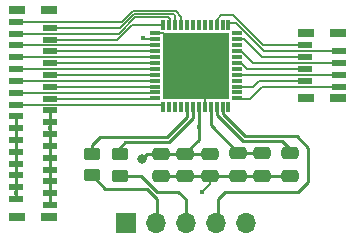
<source format=gtl>
G04 #@! TF.GenerationSoftware,KiCad,Pcbnew,6.0.8+dfsg-1~bpo11+1*
G04 #@! TF.CreationDate,2023-03-31T17:36:42-04:00*
G04 #@! TF.ProjectId,IQS550_captouch_breakout,49515335-3530-45f6-9361-70746f756368,rev?*
G04 #@! TF.SameCoordinates,Original*
G04 #@! TF.FileFunction,Copper,L1,Top*
G04 #@! TF.FilePolarity,Positive*
%FSLAX46Y46*%
G04 Gerber Fmt 4.6, Leading zero omitted, Abs format (unit mm)*
G04 Created by KiCad (PCBNEW 6.0.8+dfsg-1~bpo11+1) date 2023-03-31 17:36:42*
%MOMM*%
%LPD*%
G01*
G04 APERTURE LIST*
G04 Aperture macros list*
%AMRoundRect*
0 Rectangle with rounded corners*
0 $1 Rounding radius*
0 $2 $3 $4 $5 $6 $7 $8 $9 X,Y pos of 4 corners*
0 Add a 4 corners polygon primitive as box body*
4,1,4,$2,$3,$4,$5,$6,$7,$8,$9,$2,$3,0*
0 Add four circle primitives for the rounded corners*
1,1,$1+$1,$2,$3*
1,1,$1+$1,$4,$5*
1,1,$1+$1,$6,$7*
1,1,$1+$1,$8,$9*
0 Add four rect primitives between the rounded corners*
20,1,$1+$1,$2,$3,$4,$5,0*
20,1,$1+$1,$4,$5,$6,$7,0*
20,1,$1+$1,$6,$7,$8,$9,0*
20,1,$1+$1,$8,$9,$2,$3,0*%
G04 Aperture macros list end*
G04 #@! TA.AperFunction,SMDPad,CuDef*
%ADD10RoundRect,0.250000X0.450000X-0.262500X0.450000X0.262500X-0.450000X0.262500X-0.450000X-0.262500X0*%
G04 #@! TD*
G04 #@! TA.AperFunction,SMDPad,CuDef*
%ADD11R,1.400000X0.800000*%
G04 #@! TD*
G04 #@! TA.AperFunction,SMDPad,CuDef*
%ADD12R,1.200000X0.600000*%
G04 #@! TD*
G04 #@! TA.AperFunction,ComponentPad*
%ADD13R,1.700000X1.700000*%
G04 #@! TD*
G04 #@! TA.AperFunction,ComponentPad*
%ADD14O,1.700000X1.700000*%
G04 #@! TD*
G04 #@! TA.AperFunction,SMDPad,CuDef*
%ADD15R,0.300000X0.850000*%
G04 #@! TD*
G04 #@! TA.AperFunction,SMDPad,CuDef*
%ADD16R,0.850000X0.300000*%
G04 #@! TD*
G04 #@! TA.AperFunction,SMDPad,CuDef*
%ADD17R,5.700000X5.600000*%
G04 #@! TD*
G04 #@! TA.AperFunction,SMDPad,CuDef*
%ADD18RoundRect,0.250000X-0.475000X0.250000X-0.475000X-0.250000X0.475000X-0.250000X0.475000X0.250000X0*%
G04 #@! TD*
G04 #@! TA.AperFunction,ViaPad*
%ADD19C,0.400000*%
G04 #@! TD*
G04 #@! TA.AperFunction,ViaPad*
%ADD20C,0.800000*%
G04 #@! TD*
G04 #@! TA.AperFunction,Conductor*
%ADD21C,0.250000*%
G04 #@! TD*
G04 #@! TA.AperFunction,Conductor*
%ADD22C,0.127000*%
G04 #@! TD*
G04 APERTURE END LIST*
D10*
X135850000Y-100337500D03*
X135850000Y-98512500D03*
X138200000Y-100362500D03*
X138200000Y-98537500D03*
D11*
X132175000Y-103850000D03*
X129475000Y-103850000D03*
X132175000Y-86350000D03*
X129475000Y-86350000D03*
D12*
X132275000Y-102850000D03*
X129375000Y-102350000D03*
X132275000Y-101850000D03*
X129375000Y-101350000D03*
X132275000Y-100850000D03*
X129375000Y-100350000D03*
X132275000Y-99850000D03*
X129375000Y-99350000D03*
X132275000Y-98850000D03*
X129375000Y-98350000D03*
X132275000Y-97850000D03*
X129375000Y-97350000D03*
X132275000Y-96850000D03*
X129375000Y-96350000D03*
X132275000Y-95850000D03*
X129375000Y-95350000D03*
X132275000Y-94850000D03*
X129375000Y-94350000D03*
X132275000Y-93850000D03*
X129375000Y-93350000D03*
X132275000Y-92850000D03*
X129375000Y-92350000D03*
X132275000Y-91850000D03*
X129375000Y-91350000D03*
X132275000Y-90850000D03*
X129375000Y-90350000D03*
X132275000Y-89850000D03*
X129375000Y-89350000D03*
X132275000Y-88850000D03*
X129375000Y-88350000D03*
X132275000Y-87850000D03*
X129375000Y-87350000D03*
D13*
X138725000Y-104400000D03*
D14*
X141265000Y-104400000D03*
X143805000Y-104400000D03*
X146345000Y-104400000D03*
X148885000Y-104400000D03*
D12*
X156800000Y-92825000D03*
X153900000Y-92325000D03*
X156800000Y-91825000D03*
X153900000Y-91325000D03*
X156800000Y-90825000D03*
X153900000Y-90325000D03*
X156800000Y-89825000D03*
X153900000Y-89325000D03*
D11*
X156700000Y-93825000D03*
X154000000Y-93825000D03*
X156700000Y-88325000D03*
X154000000Y-88325000D03*
D15*
X141900000Y-94525000D03*
X142400000Y-94525000D03*
X142900000Y-94525000D03*
X143400000Y-94525000D03*
X143900000Y-94525000D03*
X144400000Y-94525000D03*
X144900000Y-94525000D03*
X145400000Y-94525000D03*
X145900000Y-94525000D03*
X146400000Y-94525000D03*
X146900000Y-94525000D03*
X147400000Y-94525000D03*
D16*
X148100000Y-93825000D03*
X148100000Y-93325000D03*
X148100000Y-92825000D03*
X148100000Y-92325000D03*
X148100000Y-91825000D03*
X148100000Y-91325000D03*
X148100000Y-90825000D03*
X148100000Y-90325000D03*
X148100000Y-89825000D03*
X148100000Y-89325000D03*
X148100000Y-88825000D03*
X148100000Y-88325000D03*
D15*
X147400000Y-87625000D03*
X146900000Y-87625000D03*
X146400000Y-87625000D03*
X145900000Y-87625000D03*
X145400000Y-87625000D03*
X144900000Y-87625000D03*
X144400000Y-87625000D03*
X143900000Y-87625000D03*
X143400000Y-87625000D03*
X142900000Y-87625000D03*
X142400000Y-87625000D03*
X141900000Y-87625000D03*
D16*
X141200000Y-88325000D03*
X141200000Y-88825000D03*
X141200000Y-89325000D03*
X141200000Y-89825000D03*
X141200000Y-90325000D03*
X141200000Y-90825000D03*
X141200000Y-91325000D03*
X141200000Y-91825000D03*
X141200000Y-92325000D03*
X141200000Y-92825000D03*
X141200000Y-93325000D03*
X141200000Y-93825000D03*
D17*
X144650000Y-91075000D03*
D18*
X152600000Y-98475000D03*
X152600000Y-100375000D03*
X141650000Y-98500000D03*
X141650000Y-100400000D03*
X150250000Y-98475000D03*
X150250000Y-100375000D03*
X145800000Y-98500000D03*
X145800000Y-100400000D03*
X148175000Y-98475000D03*
X148175000Y-100375000D03*
X143725000Y-98500000D03*
X143725000Y-100400000D03*
D19*
X129375000Y-101825000D03*
X132275000Y-96375000D03*
X144675000Y-90875000D03*
X142425000Y-88825000D03*
X142375000Y-93375000D03*
X146875000Y-93425000D03*
X146750000Y-88925000D03*
X145125000Y-101725000D03*
X144900000Y-96250000D03*
X140125000Y-88700000D03*
D20*
X140050000Y-98925000D03*
D21*
X129375000Y-101825000D02*
X129375000Y-102275000D01*
X132275000Y-96375000D02*
X132275000Y-102775000D01*
D22*
X145800000Y-100400000D02*
X145800000Y-101050000D01*
X145800000Y-101050000D02*
X145125000Y-101725000D01*
X141200000Y-88325000D02*
X141900000Y-88325000D01*
X141900000Y-88325000D02*
X142200000Y-88625000D01*
X145400000Y-94525000D02*
X145400000Y-93650000D01*
X145400000Y-93650000D02*
X145175000Y-93425000D01*
X146775000Y-86775000D02*
X146400000Y-87150000D01*
X150325000Y-89325000D02*
X147775000Y-86775000D01*
X146400000Y-87150000D02*
X146400000Y-87725000D01*
X153900000Y-89325000D02*
X150325000Y-89325000D01*
X147775000Y-86775000D02*
X146775000Y-86775000D01*
X156800000Y-89825000D02*
X150450000Y-89825000D01*
X150450000Y-89825000D02*
X148050000Y-87425000D01*
X148050000Y-87425000D02*
X147500000Y-87425000D01*
X147500000Y-87425000D02*
X147400000Y-87525000D01*
X153900000Y-90325000D02*
X150225000Y-90325000D01*
X148700000Y-88800000D02*
X148175000Y-88800000D01*
X150225000Y-90325000D02*
X148700000Y-88800000D01*
X156800000Y-90825000D02*
X149450000Y-90825000D01*
X149450000Y-90825000D02*
X148425000Y-89800000D01*
X153900000Y-91325000D02*
X148975000Y-91325000D01*
X148975000Y-91325000D02*
X148475000Y-90825000D01*
X156800000Y-91825000D02*
X148100000Y-91825000D01*
X149500000Y-92825000D02*
X148025000Y-92825000D01*
X153900000Y-92325000D02*
X150000000Y-92325000D01*
X150000000Y-92325000D02*
X149500000Y-92825000D01*
X156800000Y-92825000D02*
X150250000Y-92825000D01*
X149225000Y-93850000D02*
X148125000Y-93850000D01*
X150250000Y-92825000D02*
X149225000Y-93850000D01*
X141200000Y-88825000D02*
X140250000Y-88825000D01*
X140250000Y-88825000D02*
X140125000Y-88700000D01*
X129375000Y-87350000D02*
X138397370Y-87350000D01*
X138397370Y-87350000D02*
X139280370Y-86467000D01*
X139280370Y-86467000D02*
X142942000Y-86467000D01*
X142942000Y-86467000D02*
X143425000Y-86950000D01*
X143425000Y-86950000D02*
X143425000Y-87700000D01*
X132275000Y-87850000D02*
X138256580Y-87850000D01*
X138256580Y-87850000D02*
X139385580Y-86721000D01*
X142771000Y-86721000D02*
X142900000Y-86850000D01*
X139385580Y-86721000D02*
X142771000Y-86721000D01*
X142900000Y-86850000D02*
X142900000Y-87525000D01*
X129375000Y-88350000D02*
X138115790Y-88350000D01*
X138115790Y-88350000D02*
X139490790Y-86975000D01*
X139490790Y-86975000D02*
X142300000Y-86975000D01*
X142300000Y-86975000D02*
X142425000Y-87100000D01*
X142425000Y-87100000D02*
X142425000Y-87525000D01*
X132275000Y-88850000D02*
X137975000Y-88850000D01*
X137975000Y-88850000D02*
X139250000Y-87575000D01*
X139250000Y-87575000D02*
X141850000Y-87575000D01*
X129375000Y-89350000D02*
X141200000Y-89350000D01*
X141200000Y-89350000D02*
X141225000Y-89325000D01*
X132275000Y-89850000D02*
X141300000Y-89850000D01*
X129375000Y-90350000D02*
X141200000Y-90350000D01*
X141200000Y-90350000D02*
X141225000Y-90325000D01*
X132275000Y-90850000D02*
X141100000Y-90850000D01*
X141100000Y-90850000D02*
X141125000Y-90825000D01*
X129375000Y-91350000D02*
X141200000Y-91350000D01*
X132275000Y-91850000D02*
X141200000Y-91850000D01*
X129375000Y-92350000D02*
X141175000Y-92350000D01*
X132275000Y-92850000D02*
X141150000Y-92850000D01*
X141150000Y-92850000D02*
X141175000Y-92825000D01*
X129375000Y-93350000D02*
X141275000Y-93350000D01*
X132275000Y-93850000D02*
X141200000Y-93850000D01*
X141200000Y-93850000D02*
X141225000Y-93825000D01*
X129375000Y-94350000D02*
X141700000Y-94350000D01*
X141700000Y-94350000D02*
X141900000Y-94550000D01*
D21*
X129375000Y-95350000D02*
X129375000Y-101825000D01*
X129375000Y-102275000D02*
X129350000Y-102300000D01*
X132275000Y-94850000D02*
X132275000Y-96375000D01*
X132275000Y-102775000D02*
X132250000Y-102800000D01*
X141650000Y-98500000D02*
X140475000Y-98500000D01*
X140475000Y-98500000D02*
X140050000Y-98925000D01*
X140488604Y-101475000D02*
X141325000Y-102311396D01*
X135850000Y-100337500D02*
X136987500Y-101475000D01*
X136987500Y-101475000D02*
X140488604Y-101475000D01*
X141325000Y-102311396D02*
X141325000Y-104400000D01*
X138200000Y-100362500D02*
X140012500Y-100362500D01*
X141375000Y-101725000D02*
X143150000Y-101725000D01*
X140012500Y-100362500D02*
X141375000Y-101725000D01*
X143775000Y-102350000D02*
X143775000Y-104400000D01*
X143150000Y-101725000D02*
X143775000Y-102350000D01*
X146900000Y-94525000D02*
X146900000Y-95113604D01*
X146900000Y-95113604D02*
X148811396Y-97025000D01*
X148811396Y-97025000D02*
X153175000Y-97025000D01*
X154150000Y-100900000D02*
X153325000Y-101725000D01*
X153175000Y-97025000D02*
X154150000Y-98000000D01*
X154150000Y-98000000D02*
X154150000Y-100900000D01*
X146475000Y-104075000D02*
X146325000Y-104225000D01*
X153325000Y-101725000D02*
X147125000Y-101725000D01*
X147125000Y-101725000D02*
X146475000Y-102375000D01*
X146475000Y-102375000D02*
X146475000Y-104075000D01*
X141650000Y-100400000D02*
X152600000Y-100400000D01*
X143900000Y-95363604D02*
X142163604Y-97100000D01*
X136550000Y-97100000D02*
X135875000Y-97775000D01*
X143900000Y-94525000D02*
X143900000Y-95363604D01*
X142163604Y-97100000D02*
X136550000Y-97100000D01*
X135875000Y-97775000D02*
X135875000Y-98500000D01*
X144400000Y-94525000D02*
X144400000Y-95500000D01*
X144400000Y-95500000D02*
X142350000Y-97550000D01*
X142350000Y-97550000D02*
X138675000Y-97550000D01*
X138675000Y-97550000D02*
X138150000Y-98075000D01*
X138150000Y-98075000D02*
X138150000Y-98525000D01*
X146400000Y-95250000D02*
X148625000Y-97475000D01*
X151975000Y-97475000D02*
X152600000Y-98100000D01*
X146400000Y-94525000D02*
X146400000Y-95250000D01*
X148625000Y-97475000D02*
X151975000Y-97475000D01*
X152600000Y-98100000D02*
X152600000Y-98500000D01*
X148175000Y-98475000D02*
X150200000Y-98475000D01*
X145900000Y-94525000D02*
X145900000Y-96100000D01*
X145900000Y-96100000D02*
X148250000Y-98450000D01*
X144900000Y-94525000D02*
X144900000Y-97325000D01*
X144900000Y-97325000D02*
X143750000Y-98475000D01*
X141650000Y-98500000D02*
X145750000Y-98500000D01*
M02*

</source>
